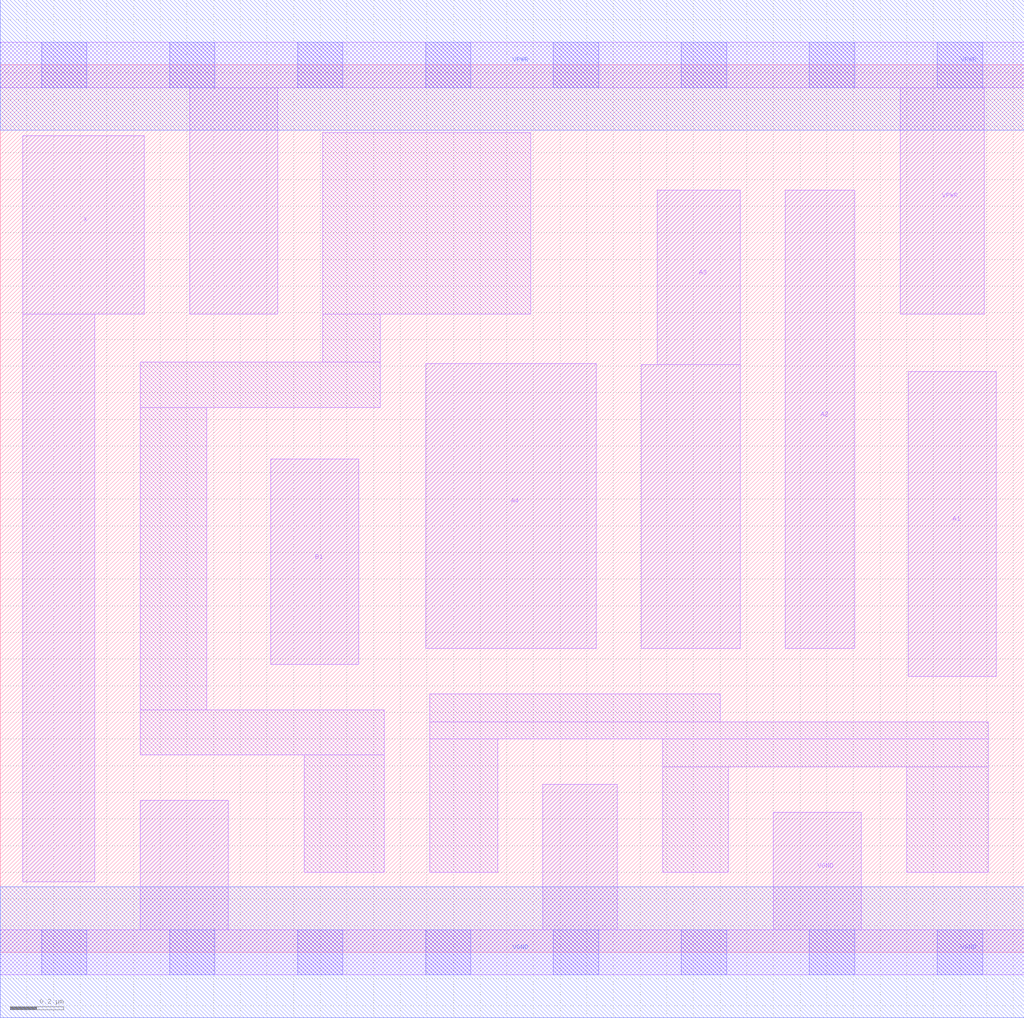
<source format=lef>
# Copyright 2020 The SkyWater PDK Authors
#
# Licensed under the Apache License, Version 2.0 (the "License");
# you may not use this file except in compliance with the License.
# You may obtain a copy of the License at
#
#     https://www.apache.org/licenses/LICENSE-2.0
#
# Unless required by applicable law or agreed to in writing, software
# distributed under the License is distributed on an "AS IS" BASIS,
# WITHOUT WARRANTIES OR CONDITIONS OF ANY KIND, either express or implied.
# See the License for the specific language governing permissions and
# limitations under the License.
#
# SPDX-License-Identifier: Apache-2.0

VERSION 5.7 ;
  NAMESCASESENSITIVE ON ;
  NOWIREEXTENSIONATPIN ON ;
  DIVIDERCHAR "/" ;
  BUSBITCHARS "[]" ;
UNITS
  DATABASE MICRONS 200 ;
END UNITS
MACRO sky130_fd_sc_lp__o41a_0
  CLASS CORE ;
  SOURCE USER ;
  FOREIGN sky130_fd_sc_lp__o41a_0 ;
  ORIGIN  0.000000  0.000000 ;
  SIZE  3.840000 BY  3.330000 ;
  SYMMETRY X Y R90 ;
  SITE unit ;
  PIN A1
    ANTENNAGATEAREA  0.159000 ;
    DIRECTION INPUT ;
    USE SIGNAL ;
    PORT
      LAYER li1 ;
        RECT 3.405000 1.035000 3.735000 2.180000 ;
    END
  END A1
  PIN A2
    ANTENNAGATEAREA  0.159000 ;
    DIRECTION INPUT ;
    USE SIGNAL ;
    PORT
      LAYER li1 ;
        RECT 2.945000 1.140000 3.205000 2.860000 ;
    END
  END A2
  PIN A3
    ANTENNAGATEAREA  0.159000 ;
    DIRECTION INPUT ;
    USE SIGNAL ;
    PORT
      LAYER li1 ;
        RECT 2.405000 1.140000 2.775000 2.205000 ;
        RECT 2.465000 2.205000 2.775000 2.860000 ;
    END
  END A3
  PIN A4
    ANTENNAGATEAREA  0.159000 ;
    DIRECTION INPUT ;
    USE SIGNAL ;
    PORT
      LAYER li1 ;
        RECT 1.595000 1.140000 2.235000 2.210000 ;
    END
  END A4
  PIN B1
    ANTENNAGATEAREA  0.159000 ;
    DIRECTION INPUT ;
    USE SIGNAL ;
    PORT
      LAYER li1 ;
        RECT 1.015000 1.080000 1.345000 1.850000 ;
    END
  END B1
  PIN X
    ANTENNADIFFAREA  0.280900 ;
    DIRECTION OUTPUT ;
    USE SIGNAL ;
    PORT
      LAYER li1 ;
        RECT 0.085000 0.265000 0.355000 2.395000 ;
        RECT 0.085000 2.395000 0.540000 3.065000 ;
    END
  END X
  PIN VGND
    DIRECTION INOUT ;
    USE GROUND ;
    PORT
      LAYER li1 ;
        RECT 0.000000 -0.085000 3.840000 0.085000 ;
        RECT 0.525000  0.085000 0.855000 0.570000 ;
        RECT 2.035000  0.085000 2.315000 0.630000 ;
        RECT 2.900000  0.085000 3.230000 0.525000 ;
      LAYER mcon ;
        RECT 0.155000 -0.085000 0.325000 0.085000 ;
        RECT 0.635000 -0.085000 0.805000 0.085000 ;
        RECT 1.115000 -0.085000 1.285000 0.085000 ;
        RECT 1.595000 -0.085000 1.765000 0.085000 ;
        RECT 2.075000 -0.085000 2.245000 0.085000 ;
        RECT 2.555000 -0.085000 2.725000 0.085000 ;
        RECT 3.035000 -0.085000 3.205000 0.085000 ;
        RECT 3.515000 -0.085000 3.685000 0.085000 ;
      LAYER met1 ;
        RECT 0.000000 -0.245000 3.840000 0.245000 ;
    END
  END VGND
  PIN VPWR
    DIRECTION INOUT ;
    USE POWER ;
    PORT
      LAYER li1 ;
        RECT 0.000000 3.245000 3.840000 3.415000 ;
        RECT 0.710000 2.395000 1.040000 3.245000 ;
        RECT 3.375000 2.395000 3.690000 3.245000 ;
      LAYER mcon ;
        RECT 0.155000 3.245000 0.325000 3.415000 ;
        RECT 0.635000 3.245000 0.805000 3.415000 ;
        RECT 1.115000 3.245000 1.285000 3.415000 ;
        RECT 1.595000 3.245000 1.765000 3.415000 ;
        RECT 2.075000 3.245000 2.245000 3.415000 ;
        RECT 2.555000 3.245000 2.725000 3.415000 ;
        RECT 3.035000 3.245000 3.205000 3.415000 ;
        RECT 3.515000 3.245000 3.685000 3.415000 ;
      LAYER met1 ;
        RECT 0.000000 3.085000 3.840000 3.575000 ;
    END
  END VPWR
  OBS
    LAYER li1 ;
      RECT 0.525000 0.740000 1.440000 0.910000 ;
      RECT 0.525000 0.910000 0.775000 2.045000 ;
      RECT 0.525000 2.045000 1.425000 2.215000 ;
      RECT 1.140000 0.300000 1.440000 0.740000 ;
      RECT 1.210000 2.215000 1.425000 2.395000 ;
      RECT 1.210000 2.395000 1.990000 3.075000 ;
      RECT 1.610000 0.300000 1.865000 0.800000 ;
      RECT 1.610000 0.800000 3.705000 0.865000 ;
      RECT 1.610000 0.865000 2.700000 0.970000 ;
      RECT 2.485000 0.300000 2.730000 0.695000 ;
      RECT 2.485000 0.695000 3.705000 0.800000 ;
      RECT 3.400000 0.300000 3.705000 0.695000 ;
  END
END sky130_fd_sc_lp__o41a_0

</source>
